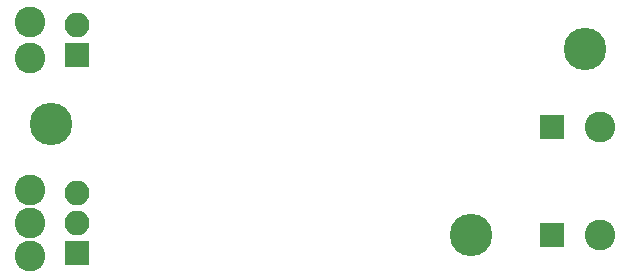
<source format=gbs>
G04 #@! TF.GenerationSoftware,KiCad,Pcbnew,(6.0.0-rc1-dev-313-g8db361882)*
G04 #@! TF.CreationDate,2018-08-23T14:32:26-04:00*
G04 #@! TF.ProjectId,SingleShotICbased,53696E676C6553686F74494362617365,rev?*
G04 #@! TF.SameCoordinates,Original*
G04 #@! TF.FileFunction,Soldermask,Bot*
G04 #@! TF.FilePolarity,Negative*
%FSLAX46Y46*%
G04 Gerber Fmt 4.6, Leading zero omitted, Abs format (unit mm)*
G04 Created by KiCad (PCBNEW (6.0.0-rc1-dev-313-g8db361882)) date 08/23/18 14:32:26*
%MOMM*%
%LPD*%
G01*
G04 APERTURE LIST*
%ADD10C,2.600000*%
%ADD11C,3.600000*%
%ADD12R,2.100000X2.100000*%
%ADD13O,2.100000X2.100000*%
G04 APERTURE END LIST*
D10*
G04 #@! TO.C,REF\002A\002A*
X116078000Y-81026000D03*
G04 #@! TD*
G04 #@! TO.C,REF\002A\002A*
X116078000Y-84074000D03*
G04 #@! TD*
G04 #@! TO.C,REF\002A\002A*
X116078000Y-95250000D03*
G04 #@! TD*
G04 #@! TO.C,REF\002A\002A*
X116078000Y-98044000D03*
G04 #@! TD*
G04 #@! TO.C,REF\002A\002A*
X116078000Y-100838000D03*
G04 #@! TD*
G04 #@! TO.C,REF\002A\002A*
X164338000Y-99060000D03*
G04 #@! TD*
D11*
G04 #@! TO.C,REF\002A\002A*
X153416000Y-99060000D03*
G04 #@! TD*
G04 #@! TO.C,REF\002A\002A*
X163068000Y-83312000D03*
G04 #@! TD*
D12*
G04 #@! TO.C,J1*
X160274000Y-89916000D03*
G04 #@! TD*
G04 #@! TO.C,J2*
X120015000Y-83820000D03*
D13*
X120015000Y-81280000D03*
G04 #@! TD*
D12*
G04 #@! TO.C,J3*
X160274000Y-99060000D03*
G04 #@! TD*
G04 #@! TO.C,J4*
X120015000Y-100584000D03*
D13*
X120015000Y-98044000D03*
X120015000Y-95504000D03*
G04 #@! TD*
D11*
G04 #@! TO.C,REF\002A\002A*
X117856000Y-89662000D03*
G04 #@! TD*
D10*
G04 #@! TO.C,REF\002A\002A*
X164338000Y-89916000D03*
G04 #@! TD*
M02*

</source>
